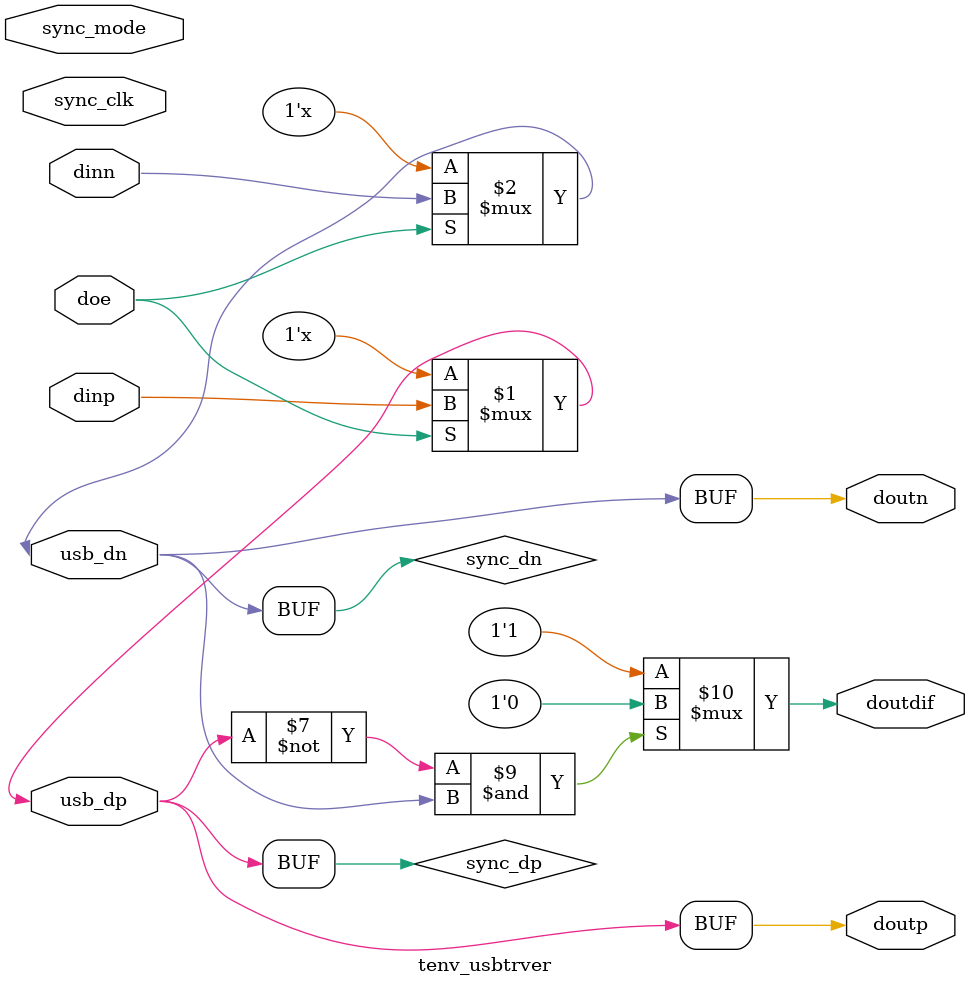
<source format=v>

module tenv_usbtrver  (
                      input     sync_clk,
                      input     sync_mode,
                      input     dinp,
                      input     dinn,
                      input     doe,
                      output    doutp,
                      output    doutn,
                      output    doutdif,
                      inout     usb_dp,
                      inout     usb_dn  
                      );
  
  reg sync_dp=1'b1;
  reg sync_dn=1'b0;
  
  assign usb_dp= doe ? dinp : 1'bz;
  assign usb_dn= doe ? dinn : 1'bz;
  
  assign doutp= !sync_mode ? usb_dp : sync_dp;
  assign doutn= !sync_mode ? usb_dn : sync_dn;
  assign doutdif= usb_dp==1'b0 & usb_dn==1'b1 ? 1'b0 : 1'b1;
  
  always @(sync_clk)
    begin
    sync_dp<=usb_dp;
    sync_dn<=usb_dn;
    end
  
endmodule

</source>
